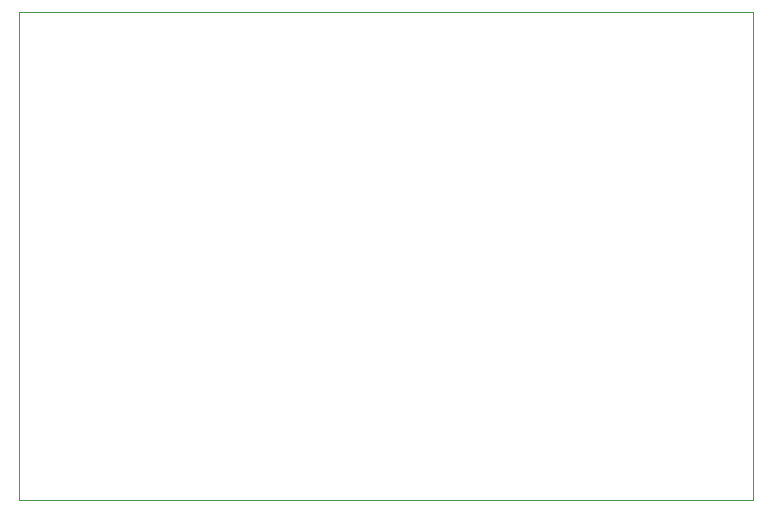
<source format=gbr>
G04 #@! TF.GenerationSoftware,KiCad,Pcbnew,(6.0.0-rc1-dev-1030-g80d50d98b)*
G04 #@! TF.CreationDate,2019-01-07T10:15:23-07:00*
G04 #@! TF.ProjectId,airmed_board_w1.0,6169726D65645F626F6172645F77312E,rev?*
G04 #@! TF.SameCoordinates,Original*
G04 #@! TF.FileFunction,Profile,NP*
%FSLAX46Y46*%
G04 Gerber Fmt 4.6, Leading zero omitted, Abs format (unit mm)*
G04 Created by KiCad (PCBNEW (6.0.0-rc1-dev-1030-g80d50d98b)) date Monday, January 07, 2019 at 10:15:23 AM*
%MOMM*%
%LPD*%
G01*
G04 APERTURE LIST*
%ADD10C,0.050000*%
G04 APERTURE END LIST*
D10*
X113487200Y-131826000D02*
X113487200Y-116027200D01*
X175641000Y-131826000D02*
X113487200Y-131826000D01*
X175641000Y-90474800D02*
X175641000Y-131826000D01*
X113487200Y-90474800D02*
X175641000Y-90474800D01*
X113487200Y-91948000D02*
X113487200Y-90474800D01*
X113487200Y-116027200D02*
X113487200Y-91948000D01*
M02*

</source>
